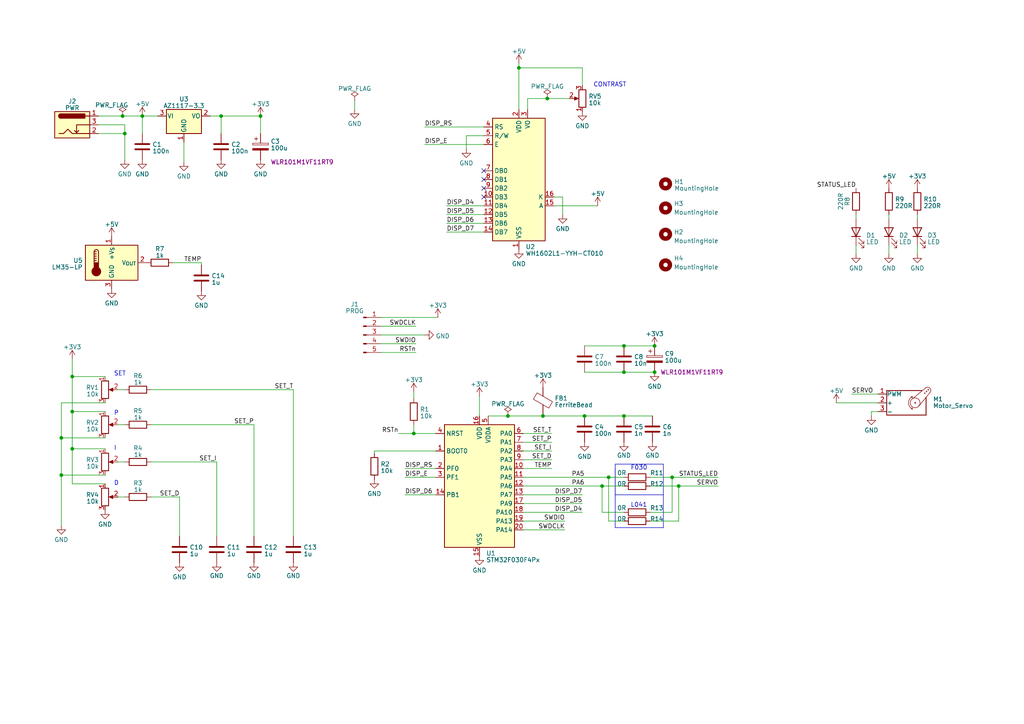
<source format=kicad_sch>
(kicad_sch (version 20230121) (generator eeschema)
  (paper "A4")
  (lib_symbols
    (symbol "Connector:Barrel_Jack_Switch" (pin_names hide)
      (property "Reference" "J" (at 0 5.334 0))
      (property "Value" "Barrel_Jack_Switch" (at 0 -5.08 0))
      (symbol "Barrel_Jack_Switch_0_1"
        (rectangle (start -5.08 3.81) (end 5.08 -3.81) (stroke (width 0.254)) (fill (type background)))
        (arc (start -3.302 3.175) (mid -3.9343 2.54) (end -3.302 1.905) (stroke (width 0.254)))
        (arc (start -3.302 3.175) (mid -3.9343 2.54) (end -3.302 1.905) (stroke (width 0.254)) (fill (type outline)))
        (polyline (pts (xy 1.27 -2.286) (xy 1.905 -1.651)) (stroke (width 0.254)))
        (polyline (pts (xy 5.08 2.54) (xy 3.81 2.54)) (stroke (width 0.254)))
        (polyline (pts (xy 5.08 0) (xy 1.27 0) (xy 1.27 -2.286) (xy 0.635 -1.651)) (stroke (width 0.254)))
        (polyline (pts (xy -3.81 -2.54) (xy -2.54 -2.54) (xy -1.27 -1.27) (xy 0 -2.54) (xy 2.54 -2.54) (xy 5.08 -2.54)) (stroke (width 0.254)))
        (rectangle (start 3.683 3.175) (end -3.302 1.905) (stroke (width 0.254)) (fill (type outline)))
      )
      (symbol "Barrel_Jack_Switch_1_1"
        (pin passive line (at 7.62 2.54 180) (length 2.54) (name "~") (number "1"))
        (pin passive line (at 7.62 -2.54 180) (length 2.54) (name "~") (number "2"))
        (pin passive line (at 7.62 0 180) (length 2.54) (name "~") (number "3"))
      )
    )
    (symbol "Connector:Conn_01x05_Pin" (pin_names (offset 1.016) hide)
      (property "Reference" "J" (at 0 7.62 0))
      (property "Value" "Conn_01x05_Pin" (at 0 -7.62 0))
      (symbol "Conn_01x05_Pin_1_1"
        (polyline (pts (xy 1.27 -5.08) (xy 0.8636 -5.08)) (stroke (width 0.1524)))
        (polyline (pts (xy 1.27 -2.54) (xy 0.8636 -2.54)) (stroke (width 0.1524)))
        (polyline (pts (xy 1.27 0) (xy 0.8636 0)) (stroke (width 0.1524)))
        (polyline (pts (xy 1.27 2.54) (xy 0.8636 2.54)) (stroke (width 0.1524)))
        (polyline (pts (xy 1.27 5.08) (xy 0.8636 5.08)) (stroke (width 0.1524)))
        (rectangle (start 0.8636 -4.953) (end 0 -5.207) (stroke (width 0.1524)) (fill (type outline)))
        (rectangle (start 0.8636 -2.413) (end 0 -2.667) (stroke (width 0.1524)) (fill (type outline)))
        (rectangle (start 0.8636 0.127) (end 0 -0.127) (stroke (width 0.1524)) (fill (type outline)))
        (rectangle (start 0.8636 2.667) (end 0 2.413) (stroke (width 0.1524)) (fill (type outline)))
        (rectangle (start 0.8636 5.207) (end 0 4.953) (stroke (width 0.1524)) (fill (type outline)))
        (pin passive line (at 5.08 5.08 180) (length 3.81) (name "Pin_1") (number "1"))
        (pin passive line (at 5.08 2.54 180) (length 3.81) (name "Pin_2") (number "2"))
        (pin passive line (at 5.08 0 180) (length 3.81) (name "Pin_3") (number "3"))
        (pin passive line (at 5.08 -2.54 180) (length 3.81) (name "Pin_4") (number "4"))
        (pin passive line (at 5.08 -5.08 180) (length 3.81) (name "Pin_5") (number "5"))
      )
    )
    (symbol "Device:C" (pin_numbers hide) (pin_names (offset 0.254))
      (property "Reference" "C" (at 0.635 2.54 0))
      (property "Value" "C" (at 0.635 -2.54 0))
      (symbol "C_0_1"
        (polyline (pts (xy -2.032 -0.762) (xy 2.032 -0.762)) (stroke (width 0.508)))
        (polyline (pts (xy -2.032 0.762) (xy 2.032 0.762)) (stroke (width 0.508)))
      )
      (symbol "C_1_1"
        (pin passive line (at 0 3.81 270) (length 2.794) (name "~") (number "1"))
        (pin passive line (at 0 -3.81 90) (length 2.794) (name "~") (number "2"))
      )
    )
    (symbol "Device:C_Polarized" (pin_numbers hide) (pin_names (offset 0.254))
      (property "Reference" "C" (at 0.635 2.54 0))
      (property "Value" "C_Polarized" (at 0.635 -2.54 0))
      (symbol "C_Polarized_0_1"
        (rectangle (start -2.286 0.508) (end 2.286 1.016))
        (polyline (pts (xy -1.778 2.286) (xy -0.762 2.286)))
        (polyline (pts (xy -1.27 2.794) (xy -1.27 1.778)))
        (rectangle (start 2.286 -0.508) (end -2.286 -1.016) (fill (type outline)))
      )
      (symbol "C_Polarized_1_1"
        (pin passive line (at 0 3.81 270) (length 2.794) (name "~") (number "1"))
        (pin passive line (at 0 -3.81 90) (length 2.794) (name "~") (number "2"))
      )
    )
    (symbol "Device:FerriteBead" (pin_numbers hide) (pin_names (offset 0))
      (property "Reference" "FB" (at -3.81 0.635 90))
      (property "Value" "FerriteBead" (at 3.81 0 90))
      (symbol "FerriteBead_0_1"
        (polyline (pts (xy 0 -1.27) (xy 0 -1.2192)))
        (polyline (pts (xy 0 1.27) (xy 0 1.2954)))
        (polyline (pts (xy -2.7686 0.4064) (xy -1.7018 2.2606) (xy 2.7686 -0.3048) (xy 1.6764 -2.159) (xy -2.7686 0.4064)))
      )
      (symbol "FerriteBead_1_1"
        (pin passive line (at 0 3.81 270) (length 2.54) (name "~") (number "1"))
        (pin passive line (at 0 -3.81 90) (length 2.54) (name "~") (number "2"))
      )
    )
    (symbol "Device:LED" (pin_numbers hide) (pin_names (offset 1.016) hide)
      (property "Reference" "D" (at 0 2.54 0))
      (property "Value" "LED" (at 0 -2.54 0))
      (symbol "LED_0_1"
        (polyline (pts (xy -1.27 -1.27) (xy -1.27 1.27)) (stroke (width 0.254)))
        (polyline (pts (xy -1.27 0) (xy 1.27 0)))
        (polyline (pts (xy 1.27 -1.27) (xy 1.27 1.27) (xy -1.27 0) (xy 1.27 -1.27)) (stroke (width 0.254)))
        (polyline (pts (xy -3.048 -0.762) (xy -4.572 -2.286) (xy -3.81 -2.286) (xy -4.572 -2.286) (xy -4.572 -1.524)))
        (polyline (pts (xy -1.778 -0.762) (xy -3.302 -2.286) (xy -2.54 -2.286) (xy -3.302 -2.286) (xy -3.302 -1.524)))
      )
      (symbol "LED_1_1"
        (pin passive line (at -3.81 0 0) (length 2.54) (name "K") (number "1"))
        (pin passive line (at 3.81 0 180) (length 2.54) (name "A") (number "2"))
      )
    )
    (symbol "Device:R" (pin_numbers hide) (pin_names (offset 0))
      (property "Reference" "R" (at 2.032 0 90))
      (property "Value" "R" (at 0 0 90))
      (symbol "R_0_1"
        (rectangle (start -1.016 -2.54) (end 1.016 2.54) (stroke (width 0.254)))
      )
      (symbol "R_1_1"
        (pin passive line (at 0 3.81 270) (length 1.27) (name "~") (number "1"))
        (pin passive line (at 0 -3.81 90) (length 1.27) (name "~") (number "2"))
      )
    )
    (symbol "Device:R_Potentiometer" (pin_names (offset 1.016) hide)
      (property "Reference" "RV" (at -4.445 0 90))
      (property "Value" "R_Potentiometer" (at -2.54 0 90))
      (symbol "R_Potentiometer_0_1"
        (polyline (pts (xy 2.54 0) (xy 1.524 0)))
        (polyline (pts (xy 1.143 0) (xy 2.286 0.508) (xy 2.286 -0.508) (xy 1.143 0)) (fill (type outline)))
        (rectangle (start 1.016 2.54) (end -1.016 -2.54) (stroke (width 0.254)))
      )
      (symbol "R_Potentiometer_1_1"
        (pin passive line (at 0 3.81 270) (length 1.27) (name "1") (number "1"))
        (pin passive line (at 3.81 0 180) (length 1.27) (name "2") (number "2"))
        (pin passive line (at 0 -3.81 90) (length 1.27) (name "3") (number "3"))
      )
    )
    (symbol "Display_Character:NHD-0420H1Z"
      (property "Reference" "U" (at -6.35 19.05 0))
      (property "Value" "NHD-0420H1Z" (at 5.08 19.05 0))
      (symbol "NHD-0420H1Z_0_1"
        (rectangle (start -7.62 17.78) (end 7.62 -17.78) (stroke (width 0.254)) (fill (type background)))
      )
      (symbol "NHD-0420H1Z_1_1"
        (pin power_in line (at 0 -20.32 90) (length 2.54) (name "VSS") (number "1"))
        (pin bidirectional line (at -10.16 -5.08 0) (length 2.54) (name "DB3") (number "10"))
        (pin bidirectional line (at -10.16 -7.62 0) (length 2.54) (name "DB4") (number "11"))
        (pin bidirectional line (at -10.16 -10.16 0) (length 2.54) (name "DB5") (number "12"))
        (pin bidirectional line (at -10.16 -12.7 0) (length 2.54) (name "DB6") (number "13"))
        (pin bidirectional line (at -10.16 -15.24 0) (length 2.54) (name "DB7") (number "14"))
        (pin passive line (at 10.16 -7.62 180) (length 2.54) (name "A") (number "15"))
        (pin passive line (at 10.16 -5.08 180) (length 2.54) (name "K") (number "16"))
        (pin power_in line (at 0 20.32 270) (length 2.54) (name "VDD") (number "2"))
        (pin power_in line (at 2.54 20.32 270) (length 2.54) (name "VO") (number "3"))
        (pin input line (at -10.16 15.24 0) (length 2.54) (name "RS") (number "4"))
        (pin input line (at -10.16 12.7 0) (length 2.54) (name "R/W") (number "5"))
        (pin input line (at -10.16 10.16 0) (length 2.54) (name "E") (number "6"))
        (pin bidirectional line (at -10.16 2.54 0) (length 2.54) (name "DB0") (number "7"))
        (pin bidirectional line (at -10.16 0 0) (length 2.54) (name "DB1") (number "8"))
        (pin bidirectional line (at -10.16 -2.54 0) (length 2.54) (name "DB2") (number "9"))
      )
    )
    (symbol "MCU_ST_STM32F0:STM32F030F4Px"
      (property "Reference" "U" (at -10.16 19.05 0))
      (property "Value" "STM32F030F4Px" (at 5.08 19.05 0))
      (symbol "STM32F030F4Px_0_1"
        (rectangle (start -10.16 -17.78) (end 10.16 17.78) (stroke (width 0.254)) (fill (type background)))
      )
      (symbol "STM32F030F4Px_1_1"
        (pin input line (at -12.7 10.16 0) (length 2.54) (name "BOOT0") (number "1"))
        (pin bidirectional line (at 12.7 5.08 180) (length 2.54) (name "PA4") (number "10"))
        (pin bidirectional line (at 12.7 2.54 180) (length 2.54) (name "PA5") (number "11"))
        (pin bidirectional line (at 12.7 0 180) (length 2.54) (name "PA6") (number "12"))
        (pin bidirectional line (at 12.7 -2.54 180) (length 2.54) (name "PA7") (number "13"))
        (pin bidirectional line (at -12.7 -2.54 0) (length 2.54) (name "PB1") (number "14"))
        (pin power_in line (at 0 -20.32 90) (length 2.54) (name "VSS") (number "15"))
        (pin power_in line (at 0 20.32 270) (length 2.54) (name "VDD") (number "16"))
        (pin bidirectional line (at 12.7 -5.08 180) (length 2.54) (name "PA9") (number "17"))
        (pin bidirectional line (at 12.7 -7.62 180) (length 2.54) (name "PA10") (number "18"))
        (pin bidirectional line (at 12.7 -10.16 180) (length 2.54) (name "PA13") (number "19"))
        (pin bidirectional line (at -12.7 5.08 0) (length 2.54) (name "PF0") (number "2"))
        (pin bidirectional line (at 12.7 -12.7 180) (length 2.54) (name "PA14") (number "20"))
        (pin bidirectional line (at -12.7 2.54 0) (length 2.54) (name "PF1") (number "3"))
        (pin input line (at -12.7 15.24 0) (length 2.54) (name "NRST") (number "4"))
        (pin power_in line (at 2.54 20.32 270) (length 2.54) (name "VDDA") (number "5"))
        (pin bidirectional line (at 12.7 15.24 180) (length 2.54) (name "PA0") (number "6"))
        (pin bidirectional line (at 12.7 12.7 180) (length 2.54) (name "PA1") (number "7"))
        (pin bidirectional line (at 12.7 10.16 180) (length 2.54) (name "PA2") (number "8"))
        (pin bidirectional line (at 12.7 7.62 180) (length 2.54) (name "PA3") (number "9"))
      )
    )
    (symbol "Mechanical:MountingHole" (pin_names (offset 1.016))
      (property "Reference" "H" (at 0 5.08 0))
      (property "Value" "MountingHole" (at 0 3.175 0))
      (symbol "MountingHole_0_1"
        (circle (center 0 0) (radius 1.27) (stroke (width 1.27)))
      )
    )
    (symbol "Motor:Motor_Servo" (pin_names (offset 0.0254))
      (property "Reference" "M" (at -5.08 4.445 0))
      (property "Value" "Motor_Servo" (at -5.08 -4.064 0))
      (symbol "Motor_Servo_0_1"
        (polyline (pts (xy 2.413 -1.778) (xy 2.032 -1.778)))
        (polyline (pts (xy 2.413 -1.778) (xy 2.286 -1.397)))
        (polyline (pts (xy 2.413 1.778) (xy 1.905 1.778)))
        (polyline (pts (xy 2.413 1.778) (xy 2.286 1.397)))
        (polyline (pts (xy 6.35 4.445) (xy 2.54 1.27)))
        (polyline (pts (xy 7.62 3.175) (xy 4.191 -1.016)))
        (polyline (pts (xy 5.08 3.556) (xy -5.08 3.556) (xy -5.08 -3.556) (xy 6.35 -3.556) (xy 6.35 1.524)) (stroke (width 0.254)))
        (arc (start 2.413 1.778) (mid 1.2406 0) (end 2.413 -1.778))
        (circle (center 3.175 0) (radius 0.1778))
        (circle (center 3.175 0) (radius 1.4224))
        (circle (center 5.969 2.794) (radius 0.127))
        (circle (center 6.477 3.302) (radius 0.127))
        (circle (center 6.985 3.81) (radius 0.127))
        (arc (start 7.62 3.175) (mid 7.4485 4.2735) (end 6.35 4.445))
      )
      (symbol "Motor_Servo_1_1"
        (pin passive line (at -7.62 2.54 0) (length 2.54) (name "PWM") (number "1"))
        (pin passive line (at -7.62 0 0) (length 2.54) (name "+") (number "2"))
        (pin passive line (at -7.62 -2.54 0) (length 2.54) (name "-") (number "3"))
      )
    )
    (symbol "Regulator_Linear:AZ1117-3.3" (pin_names (offset 0.254))
      (property "Reference" "U" (at -3.81 3.175 0))
      (property "Value" "AZ1117-3.3" (at 0 3.175 0))
      (symbol "AZ1117-3.3_0_1"
        (rectangle (start -5.08 1.905) (end 5.08 -5.08) (stroke (width 0.254)) (fill (type background)))
      )
      (symbol "AZ1117-3.3_1_1"
        (pin power_in line (at 0 -7.62 90) (length 2.54) (name "GND") (number "1"))
        (pin power_out line (at 7.62 0 180) (length 2.54) (name "VO") (number "2"))
        (pin power_in line (at -7.62 0 0) (length 2.54) (name "VI") (number "3"))
      )
    )
    (symbol "Sensor_Temperature:LM35-LP"
      (property "Reference" "U" (at -6.35 6.35 0))
      (property "Value" "LM35-LP" (at 1.27 6.35 0))
      (symbol "LM35-LP_0_1"
        (rectangle (start -7.62 5.08) (end 7.62 -5.08) (stroke (width 0.254)) (fill (type background)))
        (circle (center -4.445 -2.54) (radius 1.27) (stroke (width 0.254)) (fill (type outline)))
        (rectangle (start -3.81 -1.905) (end -5.08 0) (stroke (width 0.254)) (fill (type outline)))
        (arc (start -3.81 3.175) (mid -4.445 3.8073) (end -5.08 3.175) (stroke (width 0.254)))
        (polyline (pts (xy -5.08 0.635) (xy -4.445 0.635)) (stroke (width 0.254)))
        (polyline (pts (xy -5.08 1.27) (xy -4.445 1.27)) (stroke (width 0.254)))
        (polyline (pts (xy -5.08 1.905) (xy -4.445 1.905)) (stroke (width 0.254)))
        (polyline (pts (xy -5.08 2.54) (xy -4.445 2.54)) (stroke (width 0.254)))
        (polyline (pts (xy -5.08 3.175) (xy -5.08 0)) (stroke (width 0.254)))
        (polyline (pts (xy -5.08 3.175) (xy -4.445 3.175)) (stroke (width 0.254)))
        (polyline (pts (xy -3.81 3.175) (xy -3.81 0)) (stroke (width 0.254)))
      )
      (symbol "LM35-LP_1_1"
        (pin power_in line (at 0 7.62 270) (length 2.54) (name "+V_{S}") (number "1"))
        (pin output line (at 10.16 0 180) (length 2.54) (name "V_{OUT}") (number "2"))
        (pin power_in line (at 0 -7.62 90) (length 2.54) (name "GND") (number "3"))
      )
    )
    (symbol "power:+3V3" (power) (pin_names (offset 0))
      (property "Value" "+3V3" (at 0 3.556 0))
      (symbol "+3V3_0_1"
        (polyline (pts (xy -0.762 1.27) (xy 0 2.54)))
        (polyline (pts (xy 0 0) (xy 0 2.54)))
        (polyline (pts (xy 0 2.54) (xy 0.762 1.27)))
      )
      (symbol "+3V3_1_1"
        (pin power_in line (at 0 0 90) (length 0) hide (name "+3V3") (number "1"))
      )
    )
    (symbol "power:+5V" (power) (pin_names (offset 0))
      (property "Value" "+5V" (at 0 3.556 0))
      (symbol "+5V_0_1"
        (polyline (pts (xy -0.762 1.27) (xy 0 2.54)))
        (polyline (pts (xy 0 0) (xy 0 2.54)))
        (polyline (pts (xy 0 2.54) (xy 0.762 1.27)))
      )
      (symbol "+5V_1_1"
        (pin power_in line (at 0 0 90) (length 0) hide (name "+5V") (number "1"))
      )
    )
    (symbol "power:GND" (power) (pin_names (offset 0))
      (property "Value" "GND" (at 0 -3.81 0))
      (symbol "GND_0_1"
        (polyline (pts (xy 0 0) (xy 0 -1.27) (xy 1.27 -1.27) (xy 0 -2.54) (xy -1.27 -1.27) (xy 0 -1.27)))
      )
      (symbol "GND_1_1"
        (pin power_in line (at 0 0 270) (length 0) hide (name "GND") (number "1"))
      )
    )
    (symbol "power:PWR_FLAG" (power) (pin_numbers hide) (pin_names (offset 0) hide)
      (property "Value" "PWR_FLAG" (at 0 3.81 0))
      (symbol "PWR_FLAG_0_0"
        (pin power_out line (at 0 0 90) (length 0) (name "pwr") (number "1"))
      )
      (symbol "PWR_FLAG_0_1"
        (polyline (pts (xy 0 0) (xy 0 1.27) (xy -1.016 1.905) (xy 0 2.54) (xy 1.016 1.905) (xy 0 1.27)))
      )
    )
  )
  (junction (at 169.545 120.65))
  (junction (at 150.495 19.685))
  (junction (at 75.565 33.655))
  (junction (at 147.32 120.65))
  (junction (at 180.975 107.95))
  (junction (at 180.975 120.65))
  (junction (at 189.865 107.95))
  (junction (at 20.955 109.22))
  (junction (at 174.625 140.97))
  (junction (at 17.78 127))
  (junction (at 120.015 125.73))
  (junction (at 64.135 33.655))
  (junction (at 20.955 119.38))
  (junction (at 35.56 33.655))
  (junction (at 189.865 100.33))
  (junction (at 196.85 140.97))
  (junction (at 176.53 138.43))
  (junction (at 194.945 138.43))
  (junction (at 180.975 100.33))
  (junction (at 157.48 120.65))
  (junction (at 158.75 28.575))
  (junction (at 20.955 130.175))
  (junction (at 41.275 33.655))
  (junction (at 36.195 38.735))
  (junction (at 17.78 137.795))
  (no_connect (at 140.335 52.07))
  (no_connect (at 140.335 49.53))
  (no_connect (at 140.335 57.15))
  (no_connect (at 140.335 54.61))
  (wire (pts (xy 129.54 64.77) (xy 140.335 64.77)))
  (wire (pts (xy 129.54 62.23) (xy 140.335 62.23)))
  (wire (pts (xy 151.765 151.13) (xy 163.83 151.13)))
  (wire (pts (xy 43.815 144.145) (xy 52.07 144.145)))
  (wire (pts (xy 176.53 138.43) (xy 176.53 151.13)))
  (wire (pts (xy 247.015 114.3) (xy 254.635 114.3)))
  (wire (pts (xy 151.765 140.97) (xy 174.625 140.97)))
  (polyline (pts (xy 178.435 143.51) (xy 192.405 143.51)))
  (wire (pts (xy 17.78 137.795) (xy 17.78 152.4)))
  (wire (pts (xy 257.81 71.12) (xy 257.81 73.66)))
  (wire (pts (xy 151.765 130.81) (xy 160.02 130.81)))
  (wire (pts (xy 62.865 133.985) (xy 62.865 155.575)))
  (wire (pts (xy 17.78 116.84) (xy 17.78 127)))
  (wire (pts (xy 41.275 38.735) (xy 41.275 33.655)))
  (polyline (pts (xy 178.435 135.89) (xy 178.435 143.51)))
  (wire (pts (xy 28.575 36.195) (xy 36.195 36.195)))
  (wire (pts (xy 110.49 102.235) (xy 120.65 102.235)))
  (wire (pts (xy 36.195 36.195) (xy 36.195 38.735)))
  (wire (pts (xy 129.54 67.31) (xy 140.335 67.31)))
  (wire (pts (xy 123.19 36.83) (xy 140.335 36.83)))
  (wire (pts (xy 180.975 107.95) (xy 189.865 107.95)))
  (wire (pts (xy 151.765 125.73) (xy 160.02 125.73)))
  (wire (pts (xy 52.07 144.145) (xy 52.07 155.575)))
  (wire (pts (xy 108.585 130.81) (xy 108.585 131.445)))
  (wire (pts (xy 150.495 19.685) (xy 168.91 19.685)))
  (wire (pts (xy 126.365 130.81) (xy 108.585 130.81)))
  (wire (pts (xy 20.955 140.335) (xy 30.48 140.335)))
  (wire (pts (xy 110.49 97.155) (xy 123.19 97.155)))
  (wire (pts (xy 188.595 151.13) (xy 196.85 151.13)))
  (wire (pts (xy 64.135 38.735) (xy 64.135 33.655)))
  (wire (pts (xy 20.955 130.175) (xy 20.955 140.335)))
  (wire (pts (xy 150.495 18.415) (xy 150.495 19.685)))
  (wire (pts (xy 75.565 33.655) (xy 75.565 38.735)))
  (wire (pts (xy 120.015 125.73) (xy 126.365 125.73)))
  (wire (pts (xy 266.065 71.12) (xy 266.065 73.66)))
  (wire (pts (xy 43.815 123.19) (xy 73.66 123.19)))
  (wire (pts (xy 64.135 33.655) (xy 75.565 33.655)))
  (wire (pts (xy 17.78 127) (xy 30.48 127)))
  (wire (pts (xy 151.765 143.51) (xy 168.91 143.51)))
  (wire (pts (xy 147.32 120.65) (xy 157.48 120.65)))
  (wire (pts (xy 85.09 113.03) (xy 85.09 155.575)))
  (polyline (pts (xy 192.405 143.51) (xy 192.405 134.62)))
  (wire (pts (xy 20.955 130.175) (xy 30.48 130.175)))
  (wire (pts (xy 73.66 123.19) (xy 73.66 155.575)))
  (wire (pts (xy 110.49 99.695) (xy 120.65 99.695)))
  (wire (pts (xy 135.255 39.37) (xy 140.335 39.37)))
  (wire (pts (xy 168.91 19.685) (xy 168.91 24.765)))
  (wire (pts (xy 194.945 138.43) (xy 208.28 138.43)))
  (wire (pts (xy 180.975 100.33) (xy 189.865 100.33)))
  (wire (pts (xy 110.49 92.075) (xy 127 92.075)))
  (wire (pts (xy 129.54 59.69) (xy 140.335 59.69)))
  (wire (pts (xy 151.765 148.59) (xy 168.91 148.59)))
  (wire (pts (xy 34.29 123.19) (xy 36.195 123.19)))
  (wire (pts (xy 248.285 62.23) (xy 248.285 63.5)))
  (wire (pts (xy 17.78 127) (xy 17.78 137.795)))
  (wire (pts (xy 58.42 76.835) (xy 58.42 76.2)))
  (wire (pts (xy 115.57 125.73) (xy 120.015 125.73)))
  (wire (pts (xy 160.655 59.69) (xy 173.355 59.69)))
  (wire (pts (xy 28.575 38.735) (xy 36.195 38.735)))
  (wire (pts (xy 135.255 43.18) (xy 135.255 39.37)))
  (wire (pts (xy 169.545 100.33) (xy 180.975 100.33)))
  (wire (pts (xy 153.035 28.575) (xy 153.035 31.75)))
  (wire (pts (xy 34.29 113.03) (xy 36.195 113.03)))
  (wire (pts (xy 34.29 133.985) (xy 36.195 133.985)))
  (wire (pts (xy 36.195 46.355) (xy 36.195 38.735)))
  (wire (pts (xy 53.34 41.275) (xy 53.34 46.99)))
  (wire (pts (xy 151.765 128.27) (xy 160.02 128.27)))
  (wire (pts (xy 151.765 146.05) (xy 168.91 146.05)))
  (wire (pts (xy 151.765 153.67) (xy 163.83 153.67)))
  (polyline (pts (xy 192.405 143.51) (xy 192.405 153.035)))
  (wire (pts (xy 41.275 33.655) (xy 45.72 33.655)))
  (wire (pts (xy 123.19 41.91) (xy 140.335 41.91)))
  (wire (pts (xy 174.625 140.97) (xy 180.975 140.97)))
  (wire (pts (xy 174.625 148.59) (xy 180.975 148.59)))
  (wire (pts (xy 117.475 135.89) (xy 126.365 135.89)))
  (wire (pts (xy 174.625 140.97) (xy 174.625 148.59)))
  (wire (pts (xy 43.815 113.03) (xy 85.09 113.03)))
  (wire (pts (xy 252.73 120.65) (xy 252.73 119.38)))
  (polyline (pts (xy 178.435 153.035) (xy 192.405 153.035)))
  (polyline (pts (xy 178.435 134.62) (xy 178.435 153.035)))
  (wire (pts (xy 169.545 120.65) (xy 180.975 120.65)))
  (wire (pts (xy 188.595 148.59) (xy 194.945 148.59)))
  (wire (pts (xy 20.955 109.22) (xy 20.955 119.38)))
  (wire (pts (xy 20.955 109.22) (xy 30.48 109.22)))
  (wire (pts (xy 20.955 119.38) (xy 30.48 119.38)))
  (wire (pts (xy 248.285 71.12) (xy 248.285 73.66)))
  (wire (pts (xy 102.87 29.21) (xy 102.87 31.75)))
  (wire (pts (xy 157.48 120.65) (xy 169.545 120.65)))
  (wire (pts (xy 58.42 76.2) (xy 50.165 76.2)))
  (wire (pts (xy 163.195 57.15) (xy 160.655 57.15)))
  (wire (pts (xy 151.765 138.43) (xy 176.53 138.43)))
  (wire (pts (xy 158.75 28.575) (xy 153.035 28.575)))
  (wire (pts (xy 60.96 33.655) (xy 64.135 33.655)))
  (wire (pts (xy 165.1 28.575) (xy 158.75 28.575)))
  (wire (pts (xy 117.475 143.51) (xy 126.365 143.51)))
  (wire (pts (xy 35.56 33.655) (xy 41.275 33.655)))
  (wire (pts (xy 242.57 116.84) (xy 254.635 116.84)))
  (wire (pts (xy 30.48 116.84) (xy 17.78 116.84)))
  (wire (pts (xy 194.945 148.59) (xy 194.945 138.43)))
  (wire (pts (xy 34.29 144.145) (xy 36.195 144.145)))
  (polyline (pts (xy 192.405 134.62) (xy 178.435 134.62)))
  (wire (pts (xy 110.49 94.615) (xy 120.65 94.615)))
  (wire (pts (xy 266.065 62.23) (xy 266.065 63.5)))
  (wire (pts (xy 176.53 138.43) (xy 180.975 138.43)))
  (wire (pts (xy 28.575 33.655) (xy 35.56 33.655)))
  (wire (pts (xy 157.48 120.65) (xy 157.48 120.015)))
  (wire (pts (xy 117.475 138.43) (xy 126.365 138.43)))
  (wire (pts (xy 139.065 114.935) (xy 139.065 120.65)))
  (wire (pts (xy 20.955 104.14) (xy 20.955 109.22)))
  (wire (pts (xy 151.765 135.89) (xy 160.02 135.89)))
  (wire (pts (xy 17.78 137.795) (xy 30.48 137.795)))
  (wire (pts (xy 180.975 120.65) (xy 189.23 120.65)))
  (wire (pts (xy 196.85 140.97) (xy 208.28 140.97)))
  (wire (pts (xy 188.595 138.43) (xy 194.945 138.43)))
  (wire (pts (xy 151.765 133.35) (xy 160.02 133.35)))
  (wire (pts (xy 176.53 151.13) (xy 180.975 151.13)))
  (wire (pts (xy 150.495 19.685) (xy 150.495 31.75)))
  (wire (pts (xy 120.015 113.665) (xy 120.015 115.57)))
  (wire (pts (xy 252.73 119.38) (xy 254.635 119.38)))
  (wire (pts (xy 163.195 62.23) (xy 163.195 57.15)))
  (wire (pts (xy 120.015 123.19) (xy 120.015 125.73)))
  (wire (pts (xy 196.85 151.13) (xy 196.85 140.97)))
  (wire (pts (xy 257.81 62.23) (xy 257.81 63.5)))
  (wire (pts (xy 169.545 107.95) (xy 180.975 107.95)))
  (wire (pts (xy 20.955 119.38) (xy 20.955 130.175)))
  (wire (pts (xy 43.815 133.985) (xy 62.865 133.985)))
  (wire (pts (xy 141.605 120.65) (xy 147.32 120.65)))
  (wire (pts (xy 188.595 140.97) (xy 196.85 140.97)))
  (text "CONTRAST" (at 172.085 25.4 0) (effects (font (size 1.27 1.27)) (justify left bottom)))
  (text "P" (at 33.02 120.65 0) (effects (font (size 1.27 1.27)) (justify left bottom)))
  (text "L041" (at 182.88 147.32 0) (effects (font (size 1.27 1.27)) (justify left bottom)))
  (text "I" (at 33.02 130.81 0) (effects (font (size 1.27 1.27)) (justify left bottom)))
  (text "F030" (at 182.88 136.525 0) (effects (font (size 1.27 1.27)) (justify left bottom)))
  (text "D" (at 33.02 140.97 0) (effects (font (size 1.27 1.27)) (justify left bottom)))
  (text "SET" (at 33.02 109.22 0) (effects (font (size 1.27 1.27)) (justify left bottom)))
  (label "DISP_D6" (at 117.475 143.51 0))
  (label "SET_T" (at 160.02 125.73 180))
  (label "DISP_D4" (at 129.54 59.69 0))
  (label "DISP_D4" (at 168.91 148.59 180))
  (label "SET_P" (at 73.66 123.19 180))
  (label "DISP_RS" (at 117.475 135.89 0))
  (label "TEMP" (at 58.42 76.2 180))
  (label "DISP_RS" (at 123.19 36.83 0))
  (label "DISP_D5" (at 129.54 62.23 0))
  (label "PA5" (at 169.545 138.43 180))
  (label "SET_P" (at 160.02 128.27 180))
  (label "STATUS_LED" (at 248.285 54.61 180))
  (label "SWDCLK" (at 120.65 94.615 180))
  (label "SET_T" (at 85.09 113.03 180))
  (label "DISP_E" (at 117.475 138.43 0))
  (label "SET_I" (at 62.865 133.985 180))
  (label "DISP_D7" (at 129.54 67.31 0))
  (label "RSTn" (at 120.65 102.235 180))
  (label "SWDIO" (at 163.83 151.13 180))
  (label "SERVO" (at 247.015 114.3 0))
  (label "SET_I" (at 160.02 130.81 180))
  (label "SET_D" (at 52.07 144.145 180))
  (label "SERVO" (at 208.28 140.97 180))
  (label "DISP_D6" (at 129.54 64.77 0))
  (label "STATUS_LED" (at 208.28 138.43 180))
  (label "DISP_D5" (at 168.91 146.05 180))
  (label "PA6" (at 169.545 140.97 180))
  (label "SET_D" (at 160.02 133.35 180))
  (label "RSTn" (at 115.57 125.73 180))
  (label "DISP_D7" (at 168.91 143.51 180))
  (label "DISP_E" (at 123.19 41.91 0))
  (label "SWDIO" (at 120.65 99.695 180))
  (label "SWDCLK" (at 163.83 153.67 180))
  (label "TEMP" (at 160.02 135.89 180))
  (symbol (lib_id "Device:R") (at 184.785 148.59 90) (unit 1)
    (property "Reference" "R13" (at 190.5 147.32 90))
    (property "Value" "0R" (at 180.34 147.32 90))
    (property "Footprint" "Resistor_SMD:R_0603_1608Metric" (effects hide))
  )
  (symbol (lib_id "power:GND") (at 169.545 128.27 0) (unit 1)
    (property "Reference" "#PWR010" (effects hide))
    (property "Value" "GND" (at 169.545 132.4055 0))
  )
  (symbol (lib_id "Device:C") (at 85.09 159.385 0) (unit 1)
    (property "Reference" "C13" (at 88.011 158.7413 0) (effects (justify left)))
    (property "Value" "1u" (at 88.011 160.6623 0) (effects (justify left)))
    (property "Footprint" "Capacitor_SMD:C_0603_1608Metric" (effects hide))
  )
  (symbol (lib_id "power:GND") (at 139.065 161.29 0) (unit 1)
    (property "Reference" "#PWR013" (effects hide))
    (property "Value" "GND" (at 139.065 165.4255 0))
  )
  (symbol (lib_id "power:+3V3") (at 189.865 100.33 0) (unit 1)
    (property "Reference" "#PWR015" (effects hide))
    (property "Value" "+3V3" (at 189.865 96.8281 0))
  )
  (symbol (lib_id "Display_Character:NHD-0420H1Z") (at 150.495 52.07 0) (unit 1)
    (property "Reference" "U2" (at 152.4509 71.5725 0) (effects (justify left)))
    (property "Value" "WH1602L1-YYH-CT010" (at 152.4509 73.4935 0) (effects (justify left)))
    (property "Footprint" "BartLib_Display:WH1602L1-YYH-CT010" (effects hide))
    (property "Datasheet" "http://www.newhavendisplay.com/specs/NHD-0420H1Z-FSW-GBW-33V3.pdf" (effects hide))
  )
  (symbol (lib_id "power:GND") (at 36.195 46.355 0) (unit 1)
    (property "Reference" "#PWR01" (effects hide))
    (property "Value" "GND" (at 36.195 50.4905 0))
  )
  (symbol (lib_id "Device:C") (at 180.975 104.14 0) (unit 1)
    (property "Reference" "C8" (at 183.896 103.4963 0) (effects (justify left)))
    (property "Value" "10n" (at 183.896 105.4173 0) (effects (justify left)))
    (property "Footprint" "Capacitor_SMD:C_0603_1608Metric" (effects hide))
  )
  (symbol (lib_id "power:PWR_FLAG") (at 147.32 120.65 0) (unit 1)
    (property "Reference" "#FLG02" (effects hide))
    (property "Value" "PWR_FLAG" (at 147.32 117.1481 0))
  )
  (symbol (lib_id "power:GND") (at 52.07 163.195 0) (unit 1)
    (property "Reference" "#PWR027" (effects hide))
    (property "Value" "GND" (at 52.07 167.3305 0))
  )
  (symbol (lib_id "Device:R_Potentiometer") (at 30.48 133.985 0) (unit 1)
    (property "Reference" "RV3" (at 28.7021 133.3413 0) (effects (justify right)))
    (property "Value" "10k" (at 28.7021 135.2623 0) (effects (justify right)))
    (property "Footprint" "Potentiometer_THT:Potentiometer_Alps_RK163_Single_Horizontal" (effects hide))
  )
  (symbol (lib_id "power:GND") (at 135.255 43.18 0) (unit 1)
    (property "Reference" "#PWR036" (effects hide))
    (property "Value" "GND" (at 135.255 47.3155 0))
  )
  (symbol (lib_id "power:+5V") (at 41.275 33.655 0) (unit 1)
    (property "Reference" "#PWR017" (effects hide))
    (property "Value" "+5V" (at 41.275 30.1531 0))
  )
  (symbol (lib_id "power:+3V3") (at 157.48 112.395 0) (unit 1)
    (property "Reference" "#PWR011" (effects hide))
    (property "Value" "+3V3" (at 157.48 108.8931 0))
  )
  (symbol (lib_id "power:+5V") (at 150.495 18.415 0) (unit 1)
    (property "Reference" "#PWR018" (effects hide))
    (property "Value" "+5V" (at 150.495 14.9131 0))
  )
  (symbol (lib_id "power:GND") (at 64.135 46.355 0) (unit 1)
    (property "Reference" "#PWR04" (effects hide))
    (property "Value" "GND" (at 64.135 50.4905 0))
  )
  (symbol (lib_id "power:GND") (at 32.385 83.82 0) (unit 1)
    (property "Reference" "#PWR038" (effects hide))
    (property "Value" "GND" (at 32.385 87.9555 0))
  )
  (symbol (lib_id "Device:R") (at 40.005 113.03 90) (unit 1)
    (property "Reference" "R6" (at 40.005 109.0041 90))
    (property "Value" "1k" (at 40.005 110.9251 90))
    (property "Footprint" "Resistor_SMD:R_0603_1608Metric" (effects hide))
  )
  (symbol (lib_id "power:GND") (at 53.34 46.99 0) (unit 1)
    (property "Reference" "#PWR03" (effects hide))
    (property "Value" "GND" (at 53.34 51.1255 0))
  )
  (symbol (lib_id "power:GND") (at 62.865 163.195 0) (unit 1)
    (property "Reference" "#PWR0104" (effects hide))
    (property "Value" "GND" (at 62.865 167.005 0))
  )
  (symbol (lib_id "Device:R_Potentiometer") (at 30.48 144.145 0) (unit 1)
    (property "Reference" "RV4" (at 28.7021 143.5013 0) (effects (justify right)))
    (property "Value" "10k" (at 28.7021 145.4223 0) (effects (justify right)))
    (property "Footprint" "Potentiometer_THT:Potentiometer_Alps_RK163_Single_Horizontal" (effects hide))
  )
  (symbol (lib_id "MCU_ST_STM32F0:STM32F030F4Px") (at 139.065 140.97 0) (unit 1)
    (property "Reference" "U1" (at 141.0209 160.4725 0) (effects (justify left)))
    (property "Value" "STM32F030F4Px" (at 141.0209 162.3935 0) (effects (justify left)))
    (property "Footprint" "Package_SO:TSSOP-20_4.4x6.5mm_P0.65mm" (effects hide))
    (property "Datasheet" "https://www.st.com/resource/en/datasheet/stm32f030f4.pdf" (effects hide))
  )
  (symbol (lib_id "Device:C") (at 169.545 124.46 0) (unit 1)
    (property "Reference" "C4" (at 172.466 123.8163 0) (effects (justify left)))
    (property "Value" "100n" (at 172.466 125.7373 0) (effects (justify left)))
    (property "Footprint" "Capacitor_SMD:C_0603_1608Metric" (effects hide))
  )
  (symbol (lib_id "Device:R") (at 120.015 119.38 0) (unit 1)
    (property "Reference" "R1" (at 121.793 118.7363 0) (effects (justify left)))
    (property "Value" "10k" (at 121.793 120.6573 0) (effects (justify left)))
    (property "Footprint" "Resistor_SMD:R_0603_1608Metric" (effects hide))
  )
  (symbol (lib_id "power:GND") (at 257.81 73.66 0) (unit 1)
    (property "Reference" "#PWR032" (effects hide))
    (property "Value" "GND" (at 257.81 77.7955 0))
  )
  (symbol (lib_id "power:PWR_FLAG") (at 158.75 28.575 0) (unit 1)
    (property "Reference" "#FLG04" (effects hide))
    (property "Value" "PWR_FLAG" (at 158.75 25.0731 0))
  )
  (symbol (lib_id "Device:LED") (at 257.81 67.31 90) (unit 1)
    (property "Reference" "D2" (at 260.731 68.2538 90) (effects (justify right)))
    (property "Value" "LED" (at 260.731 70.1748 90) (effects (justify right)))
    (property "Footprint" "LED_SMD:LED_0603_1608Metric" (effects hide))
  )
  (symbol (lib_id "Connector:Barrel_Jack_Switch") (at 20.955 36.195 0) (unit 1)
    (property "Reference" "J2" (at 20.955 29.3751 0))
    (property "Value" "PWR" (at 20.955 31.2961 0))
    (property "Footprint" "Connector_BarrelJack:BarrelJack_Horizontal" (effects hide))
  )
  (symbol (lib_id "Device:C") (at 52.07 159.385 0) (unit 1)
    (property "Reference" "C10" (at 54.991 158.7413 0) (effects (justify left)))
    (property "Value" "1u" (at 54.991 160.6623 0) (effects (justify left)))
    (property "Footprint" "Capacitor_SMD:C_0603_1608Metric" (effects hide))
  )
  (symbol (lib_id "power:GND") (at 266.065 73.66 0) (unit 1)
    (property "Reference" "#PWR033" (effects hide))
    (property "Value" "GND" (at 266.065 77.7955 0))
  )
  (symbol (lib_id "Device:C_Polarized") (at 189.865 104.14 0) (unit 1)
    (property "Reference" "C9" (at 192.786 102.6073 0) (effects (justify left)))
    (property "Value" "100u" (at 192.786 104.5283 0) (effects (justify left)))
    (property "Footprint" "Capacitor_THT:CP_Radial_D8.0mm_P3.50mm" (effects hide))
    (property "model" "WLR101M1VF11RT9" (at 200.66 107.95 0))
  )
  (symbol (lib_id "power:+3V3") (at 120.015 113.665 0) (unit 1)
    (property "Reference" "#PWR08" (effects hide))
    (property "Value" "+3V3" (at 120.015 110.1631 0))
  )
  (symbol (lib_id "power:+3V3") (at 266.065 54.61 0) (unit 1)
    (property "Reference" "#PWR031" (effects hide))
    (property "Value" "+3V3" (at 266.065 51.1081 0))
  )
  (symbol (lib_id "Device:C_Polarized") (at 75.565 42.545 0) (unit 1)
    (property "Reference" "C3" (at 78.486 41.0123 0) (effects (justify left)))
    (property "Value" "100u" (at 78.486 42.9333 0) (effects (justify left)))
    (property "Footprint" "Capacitor_THT:CP_Radial_D8.0mm_P3.50mm" (effects hide))
    (property "model" "WLR101M1VF11RT9" (at 87.63 46.99 0))
  )
  (symbol (lib_id "Device:C") (at 64.135 42.545 0) (unit 1)
    (property "Reference" "C2" (at 67.056 41.9013 0) (effects (justify left)))
    (property "Value" "100n" (at 67.056 43.8223 0) (effects (justify left)))
    (property "Footprint" "Capacitor_SMD:C_0603_1608Metric" (effects hide))
  )
  (symbol (lib_id "Device:C") (at 169.545 104.14 0) (unit 1)
    (property "Reference" "C7" (at 172.466 103.4963 0) (effects (justify left)))
    (property "Value" "100n" (at 172.466 105.4173 0) (effects (justify left)))
    (property "Footprint" "Capacitor_SMD:C_0603_1608Metric" (effects hide))
  )
  (symbol (lib_id "Mechanical:MountingHole") (at 193.04 60.325 0) (unit 1)
    (property "Reference" "H3" (at 196.85 59.055 0))
    (property "Value" "MountingHole" (at 201.93 61.595 0))
    (property "Footprint" "MountingHole:MountingHole_3.2mm_M3" (effects hide))
  )
  (symbol (lib_id "Device:R") (at 266.065 58.42 0) (unit 1)
    (property "Reference" "R10" (at 267.843 57.7763 0) (effects (justify left)))
    (property "Value" "220R" (at 267.843 59.6973 0) (effects (justify left)))
    (property "Footprint" "Resistor_SMD:R_0603_1608Metric" (effects hide))
  )
  (symbol (lib_id "power:GND") (at 85.09 163.195 0) (unit 1)
    (property "Reference" "#PWR0102" (effects hide))
    (property "Value" "GND" (at 85.09 167.005 0))
  )
  (symbol (lib_id "power:GND") (at 108.585 139.065 0) (unit 1)
    (property "Reference" "#PWR012" (effects hide))
    (property "Value" "GND" (at 108.585 143.2005 0))
  )
  (symbol (lib_id "power:GND") (at 58.42 84.455 0) (unit 1)
    (property "Reference" "#PWR028" (effects hide))
    (property "Value" "GND" (at 58.42 88.5905 0))
  )
  (symbol (lib_id "Device:R") (at 108.585 135.255 0) (unit 1)
    (property "Reference" "R2" (at 110.363 134.6113 0) (effects (justify left)))
    (property "Value" "10k" (at 110.363 136.5323 0) (effects (justify left)))
    (property "Footprint" "Resistor_SMD:R_0603_1608Metric" (effects hide))
  )
  (symbol (lib_id "power:GND") (at 30.48 147.955 0) (unit 1)
    (property "Reference" "#PWR026" (effects hide))
    (property "Value" "GND" (at 30.48 152.0905 0))
  )
  (symbol (lib_id "Device:R") (at 184.785 151.13 90) (unit 1)
    (property "Reference" "R14" (at 190.5 150.495 90))
    (property "Value" "0R" (at 180.34 150.495 90))
    (property "Footprint" "Resistor_SMD:R_0603_1608Metric" (effects hide))
  )
  (symbol (lib_id "power:GND") (at 168.91 32.385 0) (unit 1)
    (property "Reference" "#PWR019" (effects hide))
    (property "Value" "GND" (at 168.91 36.5205 0))
  )
  (symbol (lib_id "Device:LED") (at 248.285 67.31 90) (unit 1)
    (property "Reference" "D1" (at 251.206 68.2538 90) (effects (justify right)))
    (property "Value" "LED" (at 251.206 70.1748 90) (effects (justify right)))
    (property "Footprint" "LED_SMD:LED_0603_1608Metric" (effects hide))
  )
  (symbol (lib_id "Device:R") (at 184.785 140.97 90) (unit 1)
    (property "Reference" "R12" (at 190.5 140.335 90))
    (property "Value" "0R" (at 180.34 140.335 90))
    (property "Footprint" "Resistor_SMD:R_0603_1608Metric" (effects hide))
  )
  (symbol (lib_id "power:GND") (at 150.495 72.39 0) (unit 1)
    (property "Reference" "#PWR016" (effects hide))
    (property "Value" "GND" (at 150.495 76.5255 0))
  )
  (symbol (lib_id "Motor:Motor_Servo") (at 262.255 116.84 0) (unit 1)
    (property "Reference" "M1" (at 270.6148 115.7629 0) (effects (justify left)))
    (property "Value" "Motor_Servo" (at 270.6148 117.6839 0) (effects (justify left)))
    (property "Footprint" "Connector_PinHeader_2.54mm:PinHeader_1x03_P2.54mm_Vertical" (effects hide))
    (property "Datasheet" "http://forums.parallax.com/uploads/attachments/46831/74481.png" (effects hide))
  )
  (symbol (lib_id "power:GND") (at 17.78 152.4 0) (unit 1)
    (property "Reference" "#PWR025" (effects hide))
    (property "Value" "GND" (at 17.78 156.5355 0))
  )
  (symbol (lib_id "Device:R") (at 46.355 76.2 270) (unit 1)
    (property "Reference" "R7" (at 46.355 72.1741 90))
    (property "Value" "1k" (at 46.355 74.0951 90))
    (property "Footprint" "Resistor_SMD:R_0603_1608Metric" (effects hide))
  )
  (symbol (lib_id "Mechanical:MountingHole") (at 193.04 76.835 0) (unit 1)
    (property "Reference" "H4" (at 196.85 74.93 0))
    (property "Value" "MountingHole" (at 201.93 77.47 0))
    (property "Footprint" "MountingHole:MountingHole_3.2mm_M3" (effects hide))
  )
  (symbol (lib_id "power:GND") (at 189.23 128.27 0) (unit 1)
    (property "Reference" "#PWR0101" (effects hide))
    (property "Value" "GND" (at 189.23 132.08 0))
  )
  (symbol (lib_id "Device:R") (at 40.005 144.145 90) (unit 1)
    (property "Reference" "R3" (at 40.005 140.1191 90))
    (property "Value" "1k" (at 40.005 142.0401 90))
    (property "Footprint" "Resistor_SMD:R_0603_1608Metric" (effects hide))
  )
  (symbol (lib_id "power:GND") (at 252.73 120.65 0) (unit 1)
    (property "Reference" "#PWR034" (effects hide))
    (property "Value" "GND" (at 252.73 124.7855 0))
  )
  (symbol (lib_id "Mechanical:MountingHole") (at 193.04 67.945 0) (unit 1)
    (property "Reference" "H2" (at 196.85 67.31 0))
    (property "Value" "MountingHole" (at 201.93 69.85 0))
    (property "Footprint" "MountingHole:MountingHole_3.2mm_M3" (effects hide))
  )
  (symbol (lib_id "Device:R") (at 40.005 123.19 90) (unit 1)
    (property "Reference" "R5" (at 40.005 119.1641 90))
    (property "Value" "1k" (at 40.005 121.0851 90))
    (property "Footprint" "Resistor_SMD:R_0603_1608Metric" (effects hide))
  )
  (symbol (lib_id "power:PWR_FLAG") (at 102.87 29.21 0) (unit 1)
    (property "Reference" "#FLG03" (effects hide))
    (property "Value" "PWR_FLAG" (at 102.87 25.7081 0))
  )
  (symbol (lib_id "Device:C") (at 189.23 124.46 0) (unit 1)
    (property "Reference" "C6" (at 192.151 123.8163 0) (effects (justify left)))
    (property "Value" "1n" (at 192.151 125.7373 0) (effects (justify left)))
    (property "Footprint" "Capacitor_SMD:C_0603_1608Metric" (effects hide))
  )
  (symbol (lib_id "Device:C") (at 41.275 42.545 0) (unit 1)
    (property "Reference" "C1" (at 44.196 41.9013 0) (effects (justify left)))
    (property "Value" "100n" (at 44.196 43.8223 0) (effects (justify left)))
    (property "Footprint" "Capacitor_SMD:C_0603_1608Metric" (effects hide))
  )
  (symbol (lib_id "Device:C") (at 58.42 80.645 0) (unit 1)
    (property "Reference" "C14" (at 61.341 80.0013 0) (effects (justify left)))
    (property "Value" "1u" (at 61.341 81.9223 0) (effects (justify left)))
    (property "Footprint" "Capacitor_SMD:C_0603_1608Metric" (effects hide))
  )
  (symbol (lib_id "power:GND") (at 248.285 73.66 0) (unit 1)
    (property "Reference" "#PWR029" (effects hide))
    (property "Value" "GND" (at 248.285 77.7955 0))
  )
  (symbol (lib_id "Device:FerriteBead") (at 157.48 116.205 0) (unit 1)
    (property "Reference" "FB1" (at 160.8836 115.5105 0) (effects (justify left)))
    (property "Value" "FerriteBead" (at 160.8836 117.4315 0) (effects (justify left)))
    (property "Footprint" "Inductor_SMD:L_0603_1608Metric" (effects hide))
  )
  (symbol (lib_id "power:+3V3") (at 139.065 114.935 0) (unit 1)
    (property "Reference" "#PWR09" (effects hide))
    (property "Value" "+3V3" (at 139.065 111.4331 0))
  )
  (symbol (lib_id "power:GND") (at 123.19 97.155 90) (unit 1)
    (property "Reference" "#PWR07" (effects hide))
    (property "Value" "GND" (at 126.365 97.4718 90) (effects (justify right)))
  )
  (symbol (lib_id "power:GND") (at 180.975 128.27 0) (unit 1)
    (property "Reference" "#PWR0105" (effects hide))
    (property "Value" "GND" (at 180.975 132.08 0))
  )
  (symbol (lib_id "power:+5V") (at 173.355 59.69 0) (unit 1)
    (property "Reference" "#PWR020" (effects hide))
    (property "Value" "+5V" (at 173.355 56.1881 0))
  )
  (symbol (lib_id "power:+3V3") (at 75.565 33.655 0) (unit 1)
    (property "Reference" "#PWR06" (effects hide))
    (property "Value" "+3V3" (at 75.565 30.1531 0))
  )
  (symbol (lib_id "Sensor_Temperature:LM35-LP") (at 32.385 76.2 0) (unit 1)
    (property "Reference" "U5" (at 24.003 75.5563 0) (effects (justify right)))
    (property "Value" "LM35-LP" (at 24.003 77.4773 0) (effects (justify right)))
    (property "Footprint" "Connector_PinHeader_2.54mm:PinHeader_1x03_P2.54mm_Vertical" (effects hide))
    (property "Datasheet" "http://www.ti.com/lit/ds/symlink/lm35.pdf" (effects hide))
  )
  (symbol (lib_id "Device:R") (at 248.285 58.42 180) (unit 1)
    (property "Reference" "R8" (at 245.745 58.42 90))
    (property "Value" "220R" (at 243.824 58.42 90))
    (property "Footprint" "Resistor_SMD:R_0603_1608Metric" (effects hide))
  )
  (symbol (lib_id "power:GND") (at 73.66 163.195 0) (unit 1)
    (property "Reference" "#PWR0103" (effects hide))
    (property "Value" "GND" (at 73.66 167.005 0))
  )
  (symbol (lib_id "Device:R_Potentiometer") (at 168.91 28.575 180) (unit 1)
    (property "Reference" "RV5" (at 170.688 27.9313 0) (effects (justify right)))
    (property "Value" "10k" (at 170.688 29.8523 0) (effects (justify right)))
    (property "Footprint" "Potentiometer_THT:Potentiometer_ACP_CA9-H5_Horizontal" (effects hide))
  )
  (symbol (lib_id "Device:R_Potentiometer") (at 30.48 113.03 0) (unit 1)
    (property "Reference" "RV1" (at 28.7021 112.3863 0) (effects (justify right)))
    (property "Value" "10k" (at 28.7021 114.3073 0) (effects (justify right)))
    (property "Footprint" "Potentiometer_THT:Potentiometer_Alps_RK163_Single_Horizontal" (effects hide))
  )
  (symbol (lib_id "Device:R") (at 40.005 133.985 90) (unit 1)
    (property "Reference" "R4" (at 40.005 129.9591 90))
    (property "Value" "1k" (at 40.005 131.8801 90))
    (property "Footprint" "Resistor_SMD:R_0603_1608Metric" (effects hide))
  )
  (symbol (lib_id "power:GND") (at 41.275 46.355 0) (unit 1)
    (property "Reference" "#PWR02" (effects hide))
    (property "Value" "GND" (at 41.275 50.4905 0))
  )
  (symbol (lib_id "power:GND") (at 189.865 107.95 0) (unit 1)
    (property "Reference" "#PWR014" (effects hide))
    (property "Value" "GND" (at 189.865 112.0855 0))
  )
  (symbol (lib_id "power:GND") (at 102.87 31.75 0) (unit 1)
    (property "Reference" "#PWR023" (effects hide))
    (property "Value" "GND" (at 102.87 35.8855 0))
  )
  (symbol (lib_id "Device:R") (at 257.81 58.42 0) (unit 1)
    (property "Reference" "R9" (at 259.588 57.7763 0) (effects (justify left)))
    (property "Value" "220R" (at 259.588 59.6973 0) (effects (justify left)))
    (property "Footprint" "Resistor_SMD:R_0603_1608Metric" (effects hide))
  )
  (symbol (lib_id "Regulator_Linear:AZ1117-3.3") (at 53.34 33.655 0) (unit 1)
    (property "Reference" "U3" (at 53.34 28.7401 0))
    (property "Value" "AZ1117-3.3" (at 53.34 30.6611 0))
    (property "Footprint" "Package_TO_SOT_SMD:TO-252-2" (effects hide))
    (property "Datasheet" "https://www.diodes.com/assets/Datasheets/AZ1117.pdf" (effects hide))
  )
  (symbol (lib_id "Mechanical:MountingHole") (at 193.04 53.34 0) (unit 1)
    (property "Reference" "H1" (at 195.58 52.6963 0) (effects (justify left)))
    (property "Value" "MountingHole" (at 195.58 54.6173 0) (effects (justify left)))
    (property "Footprint" "MountingHole:MountingHole_3.2mm_M3" (effects hide))
  )
  (symbol (lib_id "power:+5V") (at 32.385 68.58 0) (unit 1)
    (property "Reference" "#PWR037" (effects hide))
    (property "Value" "+5V" (at 32.385 65.0781 0))
  )
  (symbol (lib_id "power:GND") (at 75.565 46.355 0) (unit 1)
    (property "Reference" "#PWR05" (effects hide))
    (property "Value" "GND" (at 75.565 50.4905 0))
  )
  (symbol (lib_id "Connector:Conn_01x05_Pin") (at 105.41 97.155 0) (unit 1)
    (property "Reference" "J1" (at 102.87 88.249 0))
    (property "Value" "PROG" (at 102.87 90.17 0))
    (property "Footprint" "Connector_PinHeader_2.54mm:PinHeader_1x05_P2.54mm_Vertical" (effects hide))
  )
  (symbol (lib_id "Device:R_Potentiometer") (at 30.48 123.19 0) (unit 1)
    (property "Reference" "RV2" (at 28.7021 122.5463 0) (effects (justify right)))
    (property "Value" "10k" (at 28.7021 124.4673 0) (effects (justify right)))
    (property "Footprint" "Potentiometer_THT:Potentiometer_Alps_RK163_Single_Horizontal" (effects hide))
  )
  (symbol (lib_id "power:GND") (at 163.195 62.23 0) (unit 1)
    (property "Reference" "#PWR021" (effects hide))
    (property "Value" "GND" (at 163.195 66.3655 0))
  )
  (symbol (lib_id "power:+5V") (at 257.81 54.61 0) (unit 1)
    (property "Reference" "#PWR030" (effects hide))
    (property "Value" "+5V" (at 257.81 51.1081 0))
  )
  (symbol (lib_id "Device:C") (at 62.865 159.385 0) (unit 1)
    (property "Reference" "C11" (at 65.786 158.7413 0) (effects (justify left)))
    (property "Value" "1u" (at 65.786 160.6623 0) (effects (justify left)))
    (property "Footprint" "Capacitor_SMD:C_0603_1608Metric" (effects hide))
  )
  (symbol (lib_id "Device:C") (at 180.975 124.46 0) (unit 1)
    (property "Reference" "C5" (at 183.896 123.8163 0) (effects (justify left)))
    (property "Value" "1n" (at 183.896 125.7373 0) (effects (justify left)))
    (property "Footprint" "Capacitor_SMD:C_0603_1608Metric" (effects hide))
  )
  (symbol (lib_id "power:+3V3") (at 127 92.075 0) (unit 1)
    (property "Reference" "#PWR022" (effects hide))
    (property "Value" "+3V3" (at 127 88.5731 0))
  )
  (symbol (lib_id "Device:C") (at 73.66 159.385 0) (unit 1)
    (property "Reference" "C12" (at 76.581 158.7413 0) (effects (justify left)))
    (property "Value" "1u" (at 76.581 160.6623 0) (effects (justify left)))
    (property "Footprint" "Capacitor_SMD:C_0603_1608Metric" (effects hide))
  )
  (symbol (lib_id "power:+3V3") (at 20.955 104.14 0) (unit 1)
    (property "Reference" "#PWR024" (effects hide))
    (property "Value" "+3V3" (at 20.955 100.6381 0))
  )
  (symbol (lib_id "Device:LED") (at 266.065 67.31 90) (unit 1)
    (property "Reference" "D3" (at 268.986 68.2538 90) (effects (justify right)))
    (property "Value" "LED" (at 268.986 70.1748 90) (effects (justify right)))
    (property "Footprint" "LED_SMD:LED_0603_1608Metric" (effects hide))
  )
  (symbol (lib_id "Device:R") (at 184.785 138.43 90) (unit 1)
    (property "Reference" "R11" (at 190.5 137.16 90))
    (property "Value" "0R" (at 180.34 137.16 90))
    (property "Footprint" "Resistor_SMD:R_0603_1608Metric" (effects hide))
  )
  (symbol (lib_id "power:+5V") (at 242.57 116.84 0) (unit 1)
    (property "Reference" "#PWR035" (effects hide))
    (property "Value" "+5V" (at 242.57 113.3381 0))
  )
  (symbol (lib_id "power:PWR_FLAG") (at 35.56 33.655 0) (unit 1)
    (property "Reference" "#FLG01" (effects hide))
    (property "Value" "PWR_FLAG" (at 32.385 30.48 0))
  )
)
</source>
